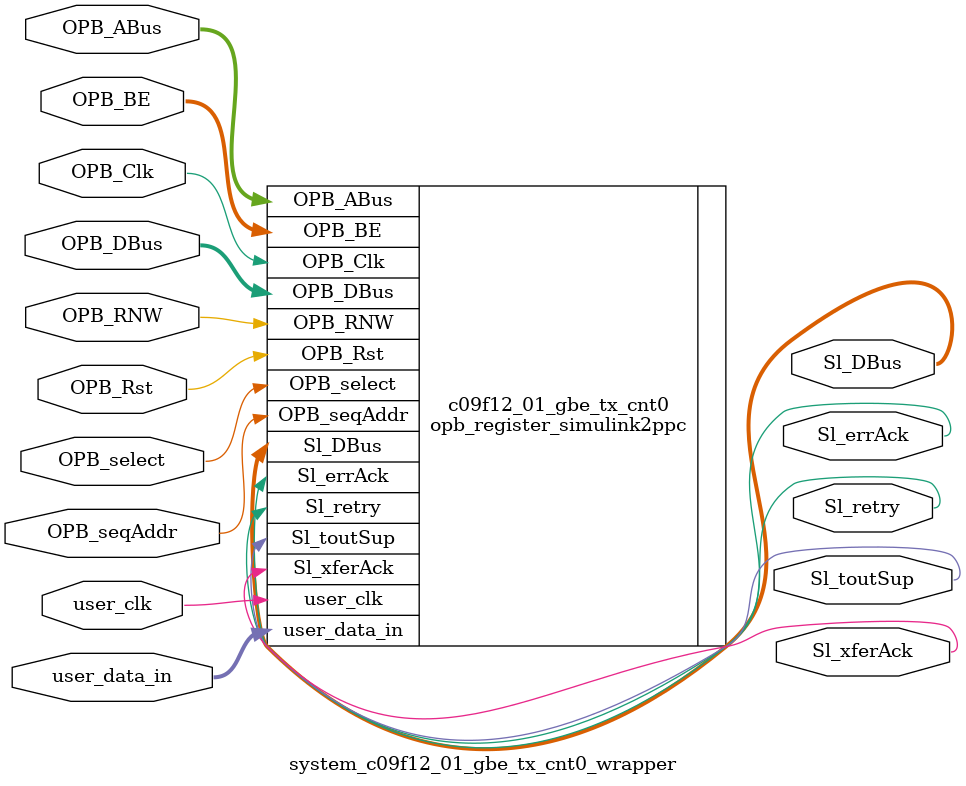
<source format=v>

module system_c09f12_01_gbe_tx_cnt0_wrapper
  (
    OPB_Clk,
    OPB_Rst,
    Sl_DBus,
    Sl_errAck,
    Sl_retry,
    Sl_toutSup,
    Sl_xferAck,
    OPB_ABus,
    OPB_BE,
    OPB_DBus,
    OPB_RNW,
    OPB_select,
    OPB_seqAddr,
    user_data_in,
    user_clk
  );
  input OPB_Clk;
  input OPB_Rst;
  output [0:31] Sl_DBus;
  output Sl_errAck;
  output Sl_retry;
  output Sl_toutSup;
  output Sl_xferAck;
  input [0:31] OPB_ABus;
  input [0:3] OPB_BE;
  input [0:31] OPB_DBus;
  input OPB_RNW;
  input OPB_select;
  input OPB_seqAddr;
  input [31:0] user_data_in;
  input user_clk;

  opb_register_simulink2ppc
    #(
      .C_BASEADDR ( 32'h01094200 ),
      .C_HIGHADDR ( 32'h010942FF ),
      .C_OPB_AWIDTH ( 32 ),
      .C_OPB_DWIDTH ( 32 ),
      .C_FAMILY ( "virtex5" )
    )
    c09f12_01_gbe_tx_cnt0 (
      .OPB_Clk ( OPB_Clk ),
      .OPB_Rst ( OPB_Rst ),
      .Sl_DBus ( Sl_DBus ),
      .Sl_errAck ( Sl_errAck ),
      .Sl_retry ( Sl_retry ),
      .Sl_toutSup ( Sl_toutSup ),
      .Sl_xferAck ( Sl_xferAck ),
      .OPB_ABus ( OPB_ABus ),
      .OPB_BE ( OPB_BE ),
      .OPB_DBus ( OPB_DBus ),
      .OPB_RNW ( OPB_RNW ),
      .OPB_select ( OPB_select ),
      .OPB_seqAddr ( OPB_seqAddr ),
      .user_data_in ( user_data_in ),
      .user_clk ( user_clk )
    );

endmodule


</source>
